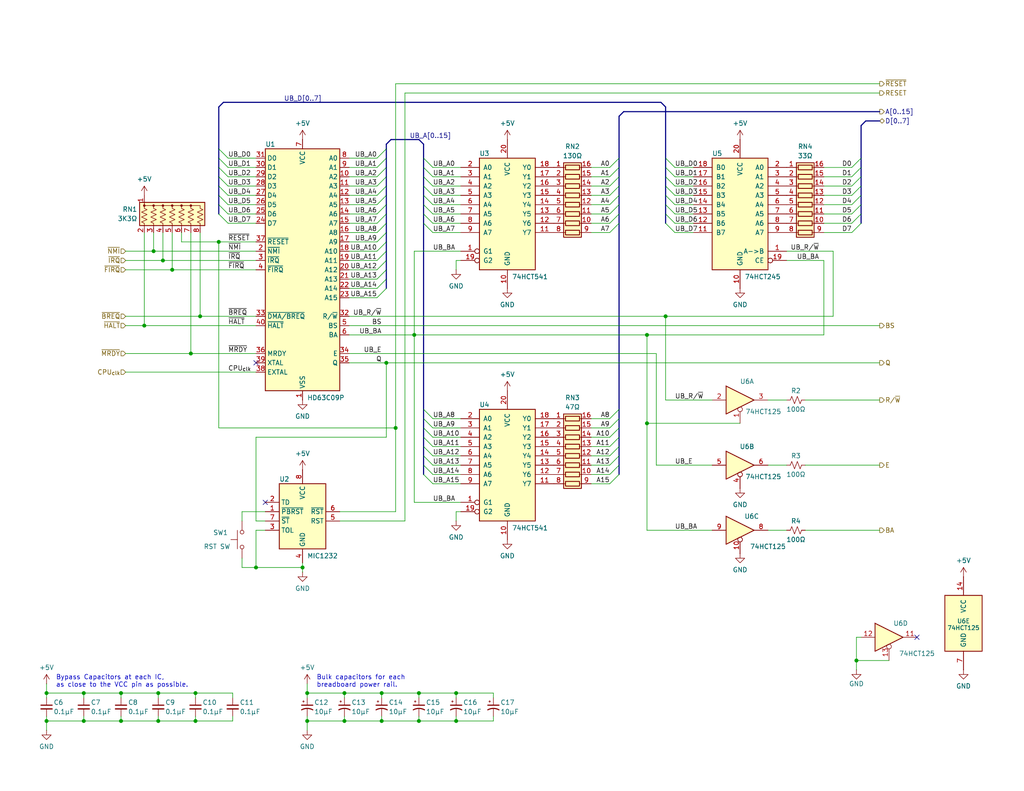
<source format=kicad_sch>
(kicad_sch (version 20250114) (generator "eeschema") (generator_version "9.0")
  (paper "USLetter")
  (title_block (title "CPU - Reset - Bus Buffers") (date "2025-09-13") (rev "2.0") (company "MicroHobbyist") (comment 1 "Frédéric Segard"))
  (lib_symbols
    (symbol "74HCT541_1" (pin_names (offset 1.016))
      (property "Reference" "U3" (at -7.62 16.51 0))
      (property "Value" "74HCT541" (at 1.27 -17.145 0))
      (symbol "74HCT541_1_1_0"
        (pin input line (at -12.7 12.7 0) (length 5.08) (name "A0") (number "2"))
        (pin input line (at -12.7 10.16 0) (length 5.08) (name "A1") (number "3"))
        (pin input line (at -12.7 7.62 0) (length 5.08) (name "A2") (number "4"))
        (pin input line (at -12.7 5.08 0) (length 5.08) (name "A3") (number "5"))
        (pin input line (at -12.7 2.54 0) (length 5.08) (name "A4") (number "6"))
        (pin input line (at -12.7 0 0) (length 5.08) (name "A5") (number "7"))
        (pin input line (at -12.7 -2.54 0) (length 5.08) (name "A6") (number "8"))
        (pin input line (at -12.7 -5.08 0) (length 5.08) (name "A7") (number "9"))
        (pin input inverted (at -12.7 -10.16 0) (length 5.08) (name "G1") (number "1"))
        (pin input inverted (at -12.7 -12.7 0) (length 5.08) (name "G2") (number "19"))
        (pin power_in line (at 0 20.32 270) (length 5.08) (name "VCC") (number "20"))
        (pin power_in line (at 0 -20.32 90) (length 5.08) (name "GND") (number "10"))
        (pin tri_state line (at 12.7 12.7 180) (length 5.08) (name "Y0") (number "18"))
        (pin tri_state line (at 12.7 10.16 180) (length 5.08) (name "Y1") (number "17"))
        (pin tri_state line (at 12.7 7.62 180) (length 5.08) (name "Y2") (number "16"))
        (pin tri_state line (at 12.7 5.08 180) (length 5.08) (name "Y3") (number "15"))
        (pin tri_state line (at 12.7 2.54 180) (length 5.08) (name "Y4") (number "14"))
        (pin tri_state line (at 12.7 0 180) (length 5.08) (name "Y5") (number "13"))
        (pin tri_state line (at 12.7 -2.54 180) (length 5.08) (name "Y6") (number "12"))
        (pin tri_state line (at 12.7 -5.08 180) (length 5.08) (name "Y7") (number "11"))
      )
    )
    (symbol "74xx:74HC245" (pin_names (offset 1.016))
      (property "Reference" "U6" (at 7.62 16.51 0))
      (property "Value" "74HCT245" (at -1.27 -17.145 0))
      (symbol "74HC245_1_0"
        (pin tri_state line (at -12.7 12.7 0) (length 5.08) (name "A0") (number "2"))
        (pin tri_state line (at -12.7 10.16 0) (length 5.08) (name "A1") (number "3"))
        (pin tri_state line (at -12.7 7.62 0) (length 5.08) (name "A2") (number "4"))
        (pin tri_state line (at -12.7 5.08 0) (length 5.08) (name "A3") (number "5"))
        (pin tri_state line (at -12.7 2.54 0) (length 5.08) (name "A4") (number "6"))
        (pin tri_state line (at -12.7 0 0) (length 5.08) (name "A5") (number "7"))
        (pin tri_state line (at -12.7 -2.54 0) (length 5.08) (name "A6") (number "8"))
        (pin tri_state line (at -12.7 -5.08 0) (length 5.08) (name "A7") (number "9"))
        (pin input line (at -12.7 -10.16 0) (length 5.08) (name "A->B") (number "1"))
        (pin input inverted (at -12.7 -12.7 0) (length 5.08) (name "CE") (number "19"))
        (pin power_in line (at 0 20.32 270) (length 5.08) (name "VCC") (number "20"))
        (pin power_in line (at 0 -20.32 90) (length 5.08) (name "GND") (number "10"))
        (pin tri_state line (at 12.7 12.7 180) (length 5.08) (name "B0") (number "18"))
        (pin tri_state line (at 12.7 10.16 180) (length 5.08) (name "B1") (number "17"))
        (pin tri_state line (at 12.7 7.62 180) (length 5.08) (name "B2") (number "16"))
        (pin tri_state line (at 12.7 5.08 180) (length 5.08) (name "B3") (number "15"))
        (pin tri_state line (at 12.7 2.54 180) (length 5.08) (name "B4") (number "14"))
        (pin tri_state line (at 12.7 0 180) (length 5.08) (name "B5") (number "13"))
        (pin tri_state line (at 12.7 -2.54 180) (length 5.08) (name "B6") (number "12"))
        (pin tri_state line (at 12.7 -5.08 180) (length 5.08) (name "B7") (number "11"))
      )
    )
    (symbol "74xx:74HCT541" (pin_names (offset 1.016))
      (property "Reference" "U4" (at -7.62 16.51 0))
      (property "Value" "74HCT541" (at 1.27 -17.145 0))
      (symbol "74HCT541_1_0"
        (pin input line (at -12.7 12.7 0) (length 5.08) (name "A0") (number "2"))
        (pin input line (at -12.7 10.16 0) (length 5.08) (name "A1") (number "3"))
        (pin input line (at -12.7 7.62 0) (length 5.08) (name "A2") (number "4"))
        (pin input line (at -12.7 5.08 0) (length 5.08) (name "A3") (number "5"))
        (pin input line (at -12.7 2.54 0) (length 5.08) (name "A4") (number "6"))
        (pin input line (at -12.7 0 0) (length 5.08) (name "A5") (number "7"))
        (pin input line (at -12.7 -2.54 0) (length 5.08) (name "A6") (number "8"))
        (pin input line (at -12.7 -5.08 0) (length 5.08) (name "A7") (number "9"))
        (pin input inverted (at -12.7 -10.16 0) (length 5.08) (name "G1") (number "1"))
        (pin input inverted (at -12.7 -12.7 0) (length 5.08) (name "G2") (number "19"))
        (pin power_in line (at 0 20.32 270) (length 5.08) (name "VCC") (number "20"))
        (pin power_in line (at 0 -20.32 90) (length 5.08) (name "GND") (number "10"))
        (pin tri_state line (at 12.7 12.7 180) (length 5.08) (name "Y0") (number "18"))
        (pin tri_state line (at 12.7 10.16 180) (length 5.08) (name "Y1") (number "17"))
        (pin tri_state line (at 12.7 7.62 180) (length 5.08) (name "Y2") (number "16"))
        (pin tri_state line (at 12.7 5.08 180) (length 5.08) (name "Y3") (number "15"))
        (pin tri_state line (at 12.7 2.54 180) (length 5.08) (name "Y4") (number "14"))
        (pin tri_state line (at 12.7 0 180) (length 5.08) (name "Y5") (number "13"))
        (pin tri_state line (at 12.7 -2.54 180) (length 5.08) (name "Y6") (number "12"))
        (pin tri_state line (at 12.7 -5.08 180) (length 5.08) (name "Y7") (number "11"))
      )
    )
    (symbol "74xx:74LS125" (pin_names (offset 1.016))
      (property "Reference" "U" (at 0 1.27 0))
      (property "Value" "74LS125" (at 0 -1.27 0))
      (symbol "74LS125_1_0"
        (pin input line (at -7.62 0 0) (length 3.81) (name "~") (number "2"))
        (pin input inverted (at 0 -6.35 90) (length 4.445) (name "~") (number "1"))
        (pin tri_state line (at 7.62 0 180) (length 3.81) (name "~") (number "3"))
      )
      (symbol "74LS125_2_0"
        (pin input line (at -7.62 0 0) (length 3.81) (name "~") (number "5"))
        (pin input inverted (at 0 -6.35 90) (length 4.445) (name "~") (number "4"))
        (pin tri_state line (at 7.62 0 180) (length 3.81) (name "~") (number "6"))
      )
      (symbol "74LS125_3_0"
        (pin input line (at -7.62 0 0) (length 3.81) (name "~") (number "9"))
        (pin input inverted (at 0 -6.35 90) (length 4.445) (name "~") (number "10"))
        (pin tri_state line (at 7.62 0 180) (length 3.81) (name "~") (number "8"))
      )
      (symbol "74LS125_4_0"
        (pin input line (at -7.62 0 0) (length 3.81) (name "~") (number "12"))
        (pin input inverted (at 0 -6.35 90) (length 4.445) (name "~") (number "13"))
        (pin tri_state line (at 7.62 0 180) (length 3.81) (name "~") (number "11"))
      )
      (symbol "74LS125_5_0"
        (pin power_in line (at 0 12.7 270) (length 5.08) (name "VCC") (number "14"))
        (pin power_in line (at 0 -12.7 90) (length 5.08) (name "GND") (number "7"))
      )
    )
    (symbol "CPU_NXP_6800:MC6809"
      (property "Reference" "U" (at -7.62 34.29 0))
      (property "Value" "MC6809" (at 10.16 34.29 0))
      (symbol "MC6809_1_1"
        (pin bidirectional line (at -12.7 30.48 0) (length 2.54) (name "D0") (number "31"))
        (pin bidirectional line (at -12.7 27.94 0) (length 2.54) (name "D1") (number "30"))
        (pin bidirectional line (at -12.7 25.4 0) (length 2.54) (name "D2") (number "29"))
        (pin bidirectional line (at -12.7 22.86 0) (length 2.54) (name "D3") (number "28"))
        (pin bidirectional line (at -12.7 20.32 0) (length 2.54) (name "D4") (number "27"))
        (pin bidirectional line (at -12.7 17.78 0) (length 2.54) (name "D5") (number "26"))
        (pin bidirectional line (at -12.7 15.24 0) (length 2.54) (name "D6") (number "25"))
        (pin bidirectional line (at -12.7 12.7 0) (length 2.54) (name "D7") (number "24"))
        (pin input line (at -12.7 7.62 0) (length 2.54) (name "~{RESET}") (number "37"))
        (pin input line (at -12.7 5.08 0) (length 2.54) (name "~{NMI}") (number "2"))
        (pin input line (at -12.7 2.54 0) (length 2.54) (name "~{IRQ}") (number "3"))
        (pin input line (at -12.7 0 0) (length 2.54) (name "~{FIRQ}") (number "4"))
        (pin input line (at -12.7 -12.7 0) (length 2.54) (name "~{DMA/BREQ}") (number "33"))
        (pin input line (at -12.7 -15.24 0) (length 2.54) (name "~{HALT}") (number "40"))
        (pin input line (at -12.7 -22.86 0) (length 2.54) (name "MRDY") (number "36"))
        (pin input line (at -12.7 -25.4 0) (length 2.54) (name "XTAL") (number "39"))
        (pin input line (at -12.7 -27.94 0) (length 2.54) (name "EXTAL") (number "38"))
        (pin power_in line (at 0 35.56 270) (length 2.54) (name "VCC") (number "7"))
        (pin power_in line (at 0 -35.56 90) (length 2.54) (name "VSS") (number "1"))
        (pin output line (at 12.7 30.48 180) (length 2.54) (name "A0") (number "8"))
        (pin output line (at 12.7 27.94 180) (length 2.54) (name "A1") (number "9"))
        (pin output line (at 12.7 25.4 180) (length 2.54) (name "A2") (number "10"))
        (pin output line (at 12.7 22.86 180) (length 2.54) (name "A3") (number "11"))
        (pin output line (at 12.7 20.32 180) (length 2.54) (name "A4") (number "12"))
        (pin output line (at 12.7 17.78 180) (length 2.54) (name "A5") (number "13"))
        (pin output line (at 12.7 15.24 180) (length 2.54) (name "A6") (number "14"))
        (pin output line (at 12.7 12.7 180) (length 2.54) (name "A7") (number "15"))
        (pin output line (at 12.7 10.16 180) (length 2.54) (name "A8") (number "16"))
        (pin output line (at 12.7 7.62 180) (length 2.54) (name "A9") (number "17"))
        (pin output line (at 12.7 5.08 180) (length 2.54) (name "A10") (number "18"))
        (pin output line (at 12.7 2.54 180) (length 2.54) (name "A11") (number "19"))
        (pin output line (at 12.7 0 180) (length 2.54) (name "A12") (number "20"))
        (pin output line (at 12.7 -2.54 180) (length 2.54) (name "A13") (number "21"))
        (pin output line (at 12.7 -5.08 180) (length 2.54) (name "A14") (number "22"))
        (pin output line (at 12.7 -7.62 180) (length 2.54) (name "A15") (number "23"))
        (pin output line (at 12.7 -12.7 180) (length 2.54) (name "R/~{W}") (number "32"))
        (pin output line (at 12.7 -15.24 180) (length 2.54) (name "BS") (number "5"))
        (pin output line (at 12.7 -17.78 180) (length 2.54) (name "BA") (number "6"))
        (pin output line (at 12.7 -22.86 180) (length 2.54) (name "E") (number "34"))
        (pin output line (at 12.7 -25.4 180) (length 2.54) (name "Q") (number "35"))
      )
    )
    (symbol "Device:C_Polarized_Small_US" (pin_numbers (hide yes)) (pin_names (offset 0.254) (hide yes))
      (property "Reference" "C" (at 0.254 1.778 0))
      (property "Value" "C_Polarized_Small_US" (at 0.254 -2.032 0))
      (symbol "C_Polarized_Small_US_1_1"
        (pin passive line (at 0 2.54 270) (length 2.032) (name "~") (number "1"))
        (pin passive line (at 0 -2.54 90) (length 2.032) (name "~") (number "2"))
      )
    )
    (symbol "Device:C_Small" (pin_numbers (hide yes)) (pin_names (offset 0.254) (hide yes))
      (property "Reference" "C" (at 0.254 1.778 0))
      (property "Value" "C_Small" (at 0.254 -2.032 0))
      (symbol "C_Small_1_1"
        (pin passive line (at 0 2.54 270) (length 2.032) (name "~") (number "1"))
        (pin passive line (at 0 -2.54 90) (length 2.032) (name "~") (number "2"))
      )
    )
    (symbol "Device:R_Network07_US" (pin_names (offset 0) (hide yes))
      (property "Reference" "RN" (at -10.16 0 90))
      (property "Value" "R_Network07_US" (at 10.16 0 90))
      (symbol "R_Network07_US_1_1"
        (pin passive line (at -7.62 5.08 270) (length 2.54) (name "common") (number "1"))
        (pin passive line (at -7.62 -5.08 90) (length 1.27) (name "R1") (number "2"))
        (pin passive line (at -5.08 -5.08 90) (length 1.27) (name "R2") (number "3"))
        (pin passive line (at -2.54 -5.08 90) (length 1.27) (name "R3") (number "4"))
        (pin passive line (at 0 -5.08 90) (length 1.27) (name "R4") (number "5"))
        (pin passive line (at 2.54 -5.08 90) (length 1.27) (name "R5") (number "6"))
        (pin passive line (at 5.08 -5.08 90) (length 1.27) (name "R6") (number "7"))
        (pin passive line (at 7.62 -5.08 90) (length 1.27) (name "R7") (number "8"))
      )
    )
    (symbol "Device:R_Pack08" (pin_names (offset 0) (hide yes))
      (property "Reference" "RN" (at -12.7 0 90))
      (property "Value" "R_Pack08" (at 10.16 0 90))
      (symbol "R_Pack08_1_1"
        (pin passive line (at -10.16 5.08 270) (length 2.54) (name "R1.2") (number "16"))
        (pin passive line (at -10.16 -5.08 90) (length 2.54) (name "R1.1") (number "1"))
        (pin passive line (at -7.62 5.08 270) (length 2.54) (name "R2.2") (number "15"))
        (pin passive line (at -7.62 -5.08 90) (length 2.54) (name "R2.1") (number "2"))
        (pin passive line (at -5.08 5.08 270) (length 2.54) (name "R3.2") (number "14"))
        (pin passive line (at -5.08 -5.08 90) (length 2.54) (name "R3.1") (number "3"))
        (pin passive line (at -2.54 5.08 270) (length 2.54) (name "R4.2") (number "13"))
        (pin passive line (at -2.54 -5.08 90) (length 2.54) (name "R4.1") (number "4"))
        (pin passive line (at 0 5.08 270) (length 2.54) (name "R5.2") (number "12"))
        (pin passive line (at 0 -5.08 90) (length 2.54) (name "R5.1") (number "5"))
        (pin passive line (at 2.54 5.08 270) (length 2.54) (name "R6.2") (number "11"))
        (pin passive line (at 2.54 -5.08 90) (length 2.54) (name "R6.1") (number "6"))
        (pin passive line (at 5.08 5.08 270) (length 2.54) (name "R7.2") (number "10"))
        (pin passive line (at 5.08 -5.08 90) (length 2.54) (name "R7.1") (number "7"))
        (pin passive line (at 7.62 5.08 270) (length 2.54) (name "R8.2") (number "9"))
        (pin passive line (at 7.62 -5.08 90) (length 2.54) (name "R8.1") (number "8"))
      )
    )
    (symbol "Device:R_Small_US" (pin_numbers (hide yes)) (pin_names (offset 0.254) (hide yes))
      (property "Reference" "R" (at 0.762 0.508 0))
      (property "Value" "R_Small_US" (at 0.762 -1.016 0))
      (symbol "R_Small_US_1_1"
        (pin passive line (at 0 2.54 270) (length 1.016) (name "~") (number "1"))
        (pin passive line (at 0 -2.54 90) (length 1.016) (name "~") (number "2"))
      )
    )
    (symbol "MicroHobbyist:MIC1232"
      (property "Reference" "U" (at -5.842 1.016 0))
      (property "Value" "MIC1232" (at 4.826 -19.558 0))
      (symbol "MIC1232_1_1"
        (pin input line (at -10.16 -5.08 0) (length 3.81) (name "TD") (number "2"))
        (pin input line (at -10.16 -7.62 0) (length 3.81) (name "~{PBRST}") (number "1"))
        (pin input line (at -10.16 -10.16 0) (length 3.81) (name "~{ST}") (number "7"))
        (pin input line (at -10.16 -12.7 0) (length 3.81) (name "TOL") (number "3"))
        (pin power_in line (at 0 3.81 270) (length 3.81) (name "VCC") (number "8"))
        (pin power_in line (at 0 -21.59 90) (length 3.81) (name "GND") (number "4"))
        (pin output line (at 10.16 -7.62 180) (length 3.81) (name "~{RST}") (number "6"))
        (pin output line (at 10.16 -10.16 180) (length 3.81) (name "RST") (number "5"))
      )
    )
    (symbol "Switch:SW_Push" (pin_numbers (hide yes)) (pin_names (offset 1.016) (hide yes))
      (property "Reference" "SW" (at 1.27 2.54 0))
      (property "Value" "SW_Push" (at 0 -1.524 0))
      (symbol "SW_Push_0_1"
        (pin passive line (at -5.08 0 0) (length 2.54) (name "1") (number "1"))
        (pin passive line (at 5.08 0 180) (length 2.54) (name "2") (number "2"))
      )
    )
    (symbol "power:+5V" (power) (pin_numbers (hide yes)) (pin_names (offset 0) (hide yes))
      (property "Value" "+5V" (at 0 3.556 0))
      (symbol "+5V_1_1"
        (pin power_in line (at 0 0 90) (length 0) (name "~") (number "1"))
      )
    )
    (symbol "power:GND" (power) (pin_numbers (hide yes)) (pin_names (offset 0) (hide yes))
      (property "Value" "GND" (at 0 -3.81 0))
      (symbol "GND_1_1"
        (pin power_in line (at 0 0 270) (length 0) (name "~") (number "1"))
      )
    )
  )
  (text "Bypass Capacitors at each IC,\nas close to the VCC pin as possible." (at 15.24 186.055 0) (effects (font (size 1.27 1.27)) (justify left)))
  (text "Bulk capacitors for each\nbreadboard power rail." (at 86.36 186.055 0) (effects (font (size 1.27 1.27)) (justify left)))
  (junction (at 82.55 154.94))
  (junction (at 33.02 196.85))
  (junction (at 83.82 196.85))
  (junction (at 43.18 196.85))
  (junction (at 124.46 189.23))
  (junction (at 114.3 189.23))
  (junction (at 176.53 91.44))
  (junction (at 105.41 99.06))
  (junction (at 233.68 180.34))
  (junction (at 93.98 196.85))
  (junction (at 181.61 86.36))
  (junction (at 53.34 189.23))
  (junction (at 54.61 86.36))
  (junction (at 53.34 196.85))
  (junction (at 12.7 189.23))
  (junction (at 59.69 66.04))
  (junction (at 43.18 189.23))
  (junction (at 104.14 189.23))
  (junction (at 113.03 91.44))
  (junction (at 22.86 196.85))
  (junction (at 83.82 189.23))
  (junction (at 39.37 88.9))
  (junction (at 69.85 154.94))
  (junction (at 107.95 116.84))
  (junction (at 93.98 189.23))
  (junction (at 124.46 196.85))
  (junction (at 46.99 73.66))
  (junction (at 44.45 71.12))
  (junction (at 176.53 115.57))
  (junction (at 22.86 189.23))
  (junction (at 12.7 196.85))
  (junction (at 33.02 189.23))
  (junction (at 104.14 196.85))
  (junction (at 41.91 68.58))
  (junction (at 52.07 96.52))
  (junction (at 114.3 196.85))
  (no_connect (at 69.85 99.06))
  (no_connect (at 250.19 173.99))
  (no_connect (at 72.39 137.16))
  (bus_entry (at 59.69 55.88) (size 2.54 2.54))
  (bus_entry (at 181.61 60.96) (size 2.54 2.54))
  (bus_entry (at 102.87 81.28) (size 2.54 -2.54))
  (bus_entry (at 166.37 60.96) (size 2.54 -2.54))
  (bus_entry (at 59.69 53.34) (size 2.54 2.54))
  (bus_entry (at 115.57 119.38) (size 2.54 2.54))
  (bus_entry (at 232.41 55.88) (size 2.54 -2.54))
  (bus_entry (at 115.57 50.8) (size 2.54 2.54))
  (bus_entry (at 181.61 50.8) (size 2.54 2.54))
  (bus_entry (at 181.61 45.72) (size 2.54 2.54))
  (bus_entry (at 166.37 121.92) (size 2.54 -2.54))
  (bus_entry (at 232.41 50.8) (size 2.54 -2.54))
  (bus_entry (at 166.37 50.8) (size 2.54 -2.54))
  (bus_entry (at 166.37 132.08) (size 2.54 -2.54))
  (bus_entry (at 232.41 45.72) (size 2.54 -2.54))
  (bus_entry (at 115.57 45.72) (size 2.54 2.54))
  (bus_entry (at 115.57 121.92) (size 2.54 2.54))
  (bus_entry (at 181.61 53.34) (size 2.54 2.54))
  (bus_entry (at 166.37 45.72) (size 2.54 -2.54))
  (bus_entry (at 102.87 50.8) (size 2.54 -2.54))
  (bus_entry (at 115.57 116.84) (size 2.54 2.54))
  (bus_entry (at 102.87 55.88) (size 2.54 -2.54))
  (bus_entry (at 166.37 114.3) (size 2.54 -2.54))
  (bus_entry (at 102.87 66.04) (size 2.54 -2.54))
  (bus_entry (at 181.61 58.42) (size 2.54 2.54))
  (bus_entry (at 166.37 53.34) (size 2.54 -2.54))
  (bus_entry (at 59.69 50.8) (size 2.54 2.54))
  (bus_entry (at 166.37 55.88) (size 2.54 -2.54))
  (bus_entry (at 115.57 114.3) (size 2.54 2.54))
  (bus_entry (at 115.57 127) (size 2.54 2.54))
  (bus_entry (at 166.37 127) (size 2.54 -2.54))
  (bus_entry (at 102.87 48.26) (size 2.54 -2.54))
  (bus_entry (at 166.37 48.26) (size 2.54 -2.54))
  (bus_entry (at 181.61 43.18) (size 2.54 2.54))
  (bus_entry (at 59.69 58.42) (size 2.54 2.54))
  (bus_entry (at 59.69 40.64) (size 2.54 2.54))
  (bus_entry (at 115.57 43.18) (size 2.54 2.54))
  (bus_entry (at 181.61 48.26) (size 2.54 2.54))
  (bus_entry (at 59.69 45.72) (size 2.54 2.54))
  (bus_entry (at 59.69 43.18) (size 2.54 2.54))
  (bus_entry (at 115.57 58.42) (size 2.54 2.54))
  (bus_entry (at 102.87 73.66) (size 2.54 -2.54))
  (bus_entry (at 115.57 111.76) (size 2.54 2.54))
  (bus_entry (at 166.37 119.38) (size 2.54 -2.54))
  (bus_entry (at 232.41 53.34) (size 2.54 -2.54))
  (bus_entry (at 166.37 124.46) (size 2.54 -2.54))
  (bus_entry (at 115.57 53.34) (size 2.54 2.54))
  (bus_entry (at 166.37 58.42) (size 2.54 -2.54))
  (bus_entry (at 115.57 124.46) (size 2.54 2.54))
  (bus_entry (at 181.61 55.88) (size 2.54 2.54))
  (bus_entry (at 102.87 53.34) (size 2.54 -2.54))
  (bus_entry (at 115.57 48.26) (size 2.54 2.54))
  (bus_entry (at 102.87 63.5) (size 2.54 -2.54))
  (bus_entry (at 232.41 58.42) (size 2.54 -2.54))
  (bus_entry (at 102.87 78.74) (size 2.54 -2.54))
  (bus_entry (at 115.57 55.88) (size 2.54 2.54))
  (bus_entry (at 232.41 63.5) (size 2.54 -2.54))
  (bus_entry (at 115.57 129.54) (size 2.54 2.54))
  (bus_entry (at 102.87 60.96) (size 2.54 -2.54))
  (bus_entry (at 102.87 68.58) (size 2.54 -2.54))
  (bus_entry (at 232.41 48.26) (size 2.54 -2.54))
  (bus_entry (at 166.37 129.54) (size 2.54 -2.54))
  (bus_entry (at 102.87 43.18) (size 2.54 -2.54))
  (bus_entry (at 232.41 60.96) (size 2.54 -2.54))
  (bus_entry (at 102.87 45.72) (size 2.54 -2.54))
  (bus_entry (at 102.87 71.12) (size 2.54 -2.54))
  (bus_entry (at 166.37 63.5) (size 2.54 -2.54))
  (bus_entry (at 102.87 58.42) (size 2.54 -2.54))
  (bus_entry (at 102.87 76.2) (size 2.54 -2.54))
  (bus_entry (at 115.57 60.96) (size 2.54 2.54))
  (bus_entry (at 166.37 116.84) (size 2.54 -2.54))
  (bus_entry (at 59.69 48.26) (size 2.54 2.54))
  (wire (pts (xy 53.34 195.58) (xy 53.34 196.85)))
  (wire (pts (xy 125.73 132.08) (xy 118.11 132.08)))
  (wire (pts (xy 41.91 63.5) (xy 41.91 68.58)))
  (wire (pts (xy 113.03 68.58) (xy 113.03 91.44)))
  (wire (pts (xy 125.73 127) (xy 118.11 127)))
  (wire (pts (xy 176.53 91.44) (xy 176.53 115.57)))
  (bus (pts (xy 105.41 45.72) (xy 105.41 48.26)))
  (bus (pts (xy 181.61 29.21) (xy 181.61 43.18)))
  (bus (pts (xy 115.57 124.46) (xy 115.57 127)))
  (bus (pts (xy 106.68 38.1) (xy 114.3 38.1)))
  (bus (pts (xy 105.41 50.8) (xy 105.41 53.34)))
  (wire (pts (xy 113.03 91.44) (xy 113.03 137.16)))
  (wire (pts (xy 161.29 114.3) (xy 166.37 114.3)))
  (wire (pts (xy 95.25 96.52) (xy 179.07 96.52)))
  (wire (pts (xy 161.29 48.26) (xy 166.37 48.26)))
  (wire (pts (xy 34.29 86.36) (xy 54.61 86.36)))
  (wire (pts (xy 66.04 154.94) (xy 69.85 154.94)))
  (wire (pts (xy 95.25 58.42) (xy 102.87 58.42)))
  (wire (pts (xy 104.14 196.85) (xy 114.3 196.85)))
  (wire (pts (xy 184.15 60.96) (xy 189.23 60.96)))
  (wire (pts (xy 95.25 78.74) (xy 102.87 78.74)))
  (bus (pts (xy 234.95 34.29) (xy 234.95 43.18)))
  (bus (pts (xy 59.69 48.26) (xy 59.69 45.72)))
  (wire (pts (xy 33.02 189.23) (xy 43.18 189.23)))
  (bus (pts (xy 105.41 40.64) (xy 105.41 43.18)))
  (wire (pts (xy 93.98 189.23) (xy 93.98 190.5)))
  (wire (pts (xy 69.85 144.78) (xy 69.85 154.94)))
  (wire (pts (xy 105.41 99.06) (xy 240.03 99.06)))
  (wire (pts (xy 62.23 55.88) (xy 69.85 55.88)))
  (wire (pts (xy 34.29 68.58) (xy 41.91 68.58)))
  (wire (pts (xy 95.25 91.44) (xy 113.03 91.44)))
  (wire (pts (xy 83.82 189.23) (xy 83.82 190.5)))
  (bus (pts (xy 236.22 33.02) (xy 240.03 33.02)))
  (wire (pts (xy 104.14 189.23) (xy 114.3 189.23)))
  (wire (pts (xy 66.04 139.7) (xy 72.39 139.7)))
  (wire (pts (xy 227.33 68.58) (xy 227.33 86.36)))
  (wire (pts (xy 161.29 53.34) (xy 166.37 53.34)))
  (wire (pts (xy 209.55 127) (xy 214.63 127)))
  (wire (pts (xy 44.45 71.12) (xy 69.85 71.12)))
  (wire (pts (xy 110.49 25.4) (xy 240.03 25.4)))
  (wire (pts (xy 59.69 66.04) (xy 69.85 66.04)))
  (wire (pts (xy 134.62 189.23) (xy 134.62 190.5)))
  (wire (pts (xy 34.29 88.9) (xy 39.37 88.9)))
  (wire (pts (xy 233.68 180.34) (xy 233.68 182.88)))
  (bus (pts (xy 168.91 60.96) (xy 168.91 58.42)))
  (wire (pts (xy 41.91 68.58) (xy 69.85 68.58)))
  (bus (pts (xy 105.41 66.04) (xy 105.41 68.58)))
  (wire (pts (xy 161.29 119.38) (xy 166.37 119.38)))
  (wire (pts (xy 33.02 189.23) (xy 33.02 190.5)))
  (bus (pts (xy 115.57 43.18) (xy 115.57 45.72)))
  (bus (pts (xy 168.91 129.54) (xy 168.91 127)))
  (wire (pts (xy 95.25 68.58) (xy 102.87 68.58)))
  (wire (pts (xy 34.29 73.66) (xy 46.99 73.66)))
  (wire (pts (xy 124.46 71.12) (xy 124.46 73.66)))
  (bus (pts (xy 105.41 39.37) (xy 105.41 40.64)))
  (wire (pts (xy 53.34 189.23) (xy 53.34 190.5)))
  (wire (pts (xy 114.3 196.85) (xy 124.46 196.85)))
  (wire (pts (xy 92.71 139.7) (xy 107.95 139.7)))
  (wire (pts (xy 62.23 50.8) (xy 69.85 50.8)))
  (wire (pts (xy 181.61 86.36) (xy 181.61 109.22)))
  (wire (pts (xy 224.79 60.96) (xy 232.41 60.96)))
  (wire (pts (xy 52.07 63.5) (xy 52.07 96.52)))
  (wire (pts (xy 233.68 180.34) (xy 242.57 180.34)))
  (bus (pts (xy 181.61 58.42) (xy 181.61 55.88)))
  (bus (pts (xy 234.95 43.18) (xy 234.95 45.72)))
  (bus (pts (xy 115.57 39.37) (xy 115.57 43.18)))
  (wire (pts (xy 124.46 189.23) (xy 124.46 190.5)))
  (wire (pts (xy 53.34 189.23) (xy 63.5 189.23)))
  (bus (pts (xy 105.41 60.96) (xy 105.41 63.5)))
  (wire (pts (xy 33.02 195.58) (xy 33.02 196.85)))
  (wire (pts (xy 49.53 63.5) (xy 49.53 66.04)))
  (wire (pts (xy 161.29 124.46) (xy 166.37 124.46)))
  (wire (pts (xy 134.62 195.58) (xy 134.62 196.85)))
  (wire (pts (xy 179.07 127) (xy 194.31 127)))
  (wire (pts (xy 62.23 58.42) (xy 69.85 58.42)))
  (wire (pts (xy 66.04 139.7) (xy 66.04 142.24)))
  (wire (pts (xy 107.95 116.84) (xy 107.95 139.7)))
  (wire (pts (xy 95.25 88.9) (xy 240.03 88.9)))
  (wire (pts (xy 93.98 189.23) (xy 104.14 189.23)))
  (wire (pts (xy 59.69 66.04) (xy 59.69 116.84)))
  (wire (pts (xy 125.73 60.96) (xy 118.11 60.96)))
  (wire (pts (xy 179.07 96.52) (xy 179.07 127)))
  (wire (pts (xy 233.68 173.99) (xy 234.95 173.99)))
  (wire (pts (xy 95.25 43.18) (xy 102.87 43.18)))
  (bus (pts (xy 105.41 68.58) (xy 105.41 71.12)))
  (bus (pts (xy 105.41 73.66) (xy 105.41 76.2)))
  (wire (pts (xy 95.25 71.12) (xy 102.87 71.12)))
  (wire (pts (xy 69.85 119.38) (xy 69.85 142.24)))
  (bus (pts (xy 168.91 111.76) (xy 168.91 60.96)))
  (wire (pts (xy 43.18 189.23) (xy 53.34 189.23)))
  (wire (pts (xy 181.61 109.22) (xy 194.31 109.22)))
  (wire (pts (xy 125.73 55.88) (xy 118.11 55.88)))
  (wire (pts (xy 95.25 63.5) (xy 102.87 63.5)))
  (wire (pts (xy 22.86 196.85) (xy 33.02 196.85)))
  (wire (pts (xy 66.04 152.4) (xy 66.04 154.94)))
  (bus (pts (xy 60.96 27.94) (xy 180.34 27.94)))
  (wire (pts (xy 233.68 173.99) (xy 233.68 180.34)))
  (bus (pts (xy 168.91 53.34) (xy 168.91 50.8)))
  (wire (pts (xy 22.86 195.58) (xy 22.86 196.85)))
  (wire (pts (xy 95.25 99.06) (xy 105.41 99.06)))
  (wire (pts (xy 124.46 139.7) (xy 125.73 139.7)))
  (bus (pts (xy 181.61 55.88) (xy 181.61 53.34)))
  (wire (pts (xy 224.79 58.42) (xy 232.41 58.42)))
  (wire (pts (xy 43.18 196.85) (xy 53.34 196.85)))
  (wire (pts (xy 46.99 63.5) (xy 46.99 73.66)))
  (wire (pts (xy 181.61 86.36) (xy 227.33 86.36)))
  (wire (pts (xy 124.46 139.7) (xy 124.46 142.24)))
  (wire (pts (xy 95.25 45.72) (xy 102.87 45.72)))
  (bus (pts (xy 105.41 55.88) (xy 105.41 58.42)))
  (wire (pts (xy 62.23 48.26) (xy 69.85 48.26)))
  (wire (pts (xy 39.37 63.5) (xy 39.37 88.9)))
  (wire (pts (xy 125.73 121.92) (xy 118.11 121.92)))
  (wire (pts (xy 125.73 45.72) (xy 118.11 45.72)))
  (wire (pts (xy 176.53 115.57) (xy 176.53 144.78)))
  (wire (pts (xy 224.79 53.34) (xy 232.41 53.34)))
  (wire (pts (xy 184.15 53.34) (xy 189.23 53.34)))
  (wire (pts (xy 22.86 189.23) (xy 22.86 190.5)))
  (wire (pts (xy 12.7 189.23) (xy 12.7 190.5)))
  (wire (pts (xy 62.23 60.96) (xy 69.85 60.96)))
  (bus (pts (xy 115.57 50.8) (xy 115.57 53.34)))
  (bus (pts (xy 115.57 60.96) (xy 115.57 111.76)))
  (bus (pts (xy 168.91 116.84) (xy 168.91 114.3)))
  (wire (pts (xy 124.46 71.12) (xy 125.73 71.12)))
  (wire (pts (xy 224.79 71.12) (xy 224.79 91.44)))
  (wire (pts (xy 113.03 137.16) (xy 125.73 137.16)))
  (wire (pts (xy 12.7 196.85) (xy 22.86 196.85)))
  (bus (pts (xy 59.69 55.88) (xy 59.69 53.34)))
  (wire (pts (xy 43.18 189.23) (xy 43.18 190.5)))
  (bus (pts (xy 105.41 53.34) (xy 105.41 55.88)))
  (wire (pts (xy 12.7 189.23) (xy 22.86 189.23)))
  (wire (pts (xy 114.3 195.58) (xy 114.3 196.85)))
  (wire (pts (xy 125.73 63.5) (xy 118.11 63.5)))
  (wire (pts (xy 107.95 22.86) (xy 240.03 22.86)))
  (wire (pts (xy 110.49 25.4) (xy 110.49 142.24)))
  (wire (pts (xy 219.71 127) (xy 240.03 127)))
  (bus (pts (xy 181.61 60.96) (xy 181.61 58.42)))
  (wire (pts (xy 184.15 58.42) (xy 189.23 58.42)))
  (bus (pts (xy 181.61 48.26) (xy 181.61 45.72)))
  (wire (pts (xy 34.29 96.52) (xy 52.07 96.52)))
  (wire (pts (xy 54.61 86.36) (xy 69.85 86.36)))
  (wire (pts (xy 63.5 189.23) (xy 63.5 190.5)))
  (bus (pts (xy 115.57 111.76) (xy 115.57 114.3)))
  (bus (pts (xy 168.91 114.3) (xy 168.91 111.76)))
  (wire (pts (xy 214.63 68.58) (xy 227.33 68.58)))
  (wire (pts (xy 83.82 186.69) (xy 83.82 189.23)))
  (bus (pts (xy 168.91 43.18) (xy 168.91 31.75)))
  (bus (pts (xy 168.91 58.42) (xy 168.91 55.88)))
  (wire (pts (xy 176.53 144.78) (xy 194.31 144.78)))
  (bus (pts (xy 115.57 127) (xy 115.57 129.54)))
  (bus (pts (xy 168.91 45.72) (xy 168.91 43.18)))
  (wire (pts (xy 34.29 101.6) (xy 69.85 101.6)))
  (wire (pts (xy 95.25 73.66) (xy 102.87 73.66)))
  (bus (pts (xy 181.61 45.72) (xy 181.61 43.18)))
  (bus (pts (xy 115.57 55.88) (xy 115.57 58.42)))
  (wire (pts (xy 214.63 71.12) (xy 224.79 71.12)))
  (bus (pts (xy 115.57 116.84) (xy 115.57 119.38)))
  (bus (pts (xy 59.69 45.72) (xy 59.69 43.18)))
  (wire (pts (xy 209.55 109.22) (xy 214.63 109.22)))
  (wire (pts (xy 107.95 22.86) (xy 107.95 116.84)))
  (bus (pts (xy 181.61 29.21) (xy 180.34 27.94)))
  (wire (pts (xy 224.79 50.8) (xy 232.41 50.8)))
  (wire (pts (xy 161.29 58.42) (xy 166.37 58.42)))
  (wire (pts (xy 161.29 129.54) (xy 166.37 129.54)))
  (bus (pts (xy 168.91 121.92) (xy 168.91 119.38)))
  (bus (pts (xy 234.95 48.26) (xy 234.95 50.8)))
  (wire (pts (xy 184.15 55.88) (xy 189.23 55.88)))
  (bus (pts (xy 181.61 53.34) (xy 181.61 50.8)))
  (wire (pts (xy 69.85 119.38) (xy 105.41 119.38)))
  (wire (pts (xy 161.29 127) (xy 166.37 127)))
  (wire (pts (xy 161.29 50.8) (xy 166.37 50.8)))
  (wire (pts (xy 52.07 96.52) (xy 69.85 96.52)))
  (wire (pts (xy 95.25 60.96) (xy 102.87 60.96)))
  (bus (pts (xy 168.91 119.38) (xy 168.91 116.84)))
  (bus (pts (xy 59.69 29.21) (xy 60.96 27.94)))
  (wire (pts (xy 62.23 45.72) (xy 69.85 45.72)))
  (wire (pts (xy 12.7 186.69) (xy 12.7 189.23)))
  (wire (pts (xy 224.79 48.26) (xy 232.41 48.26)))
  (wire (pts (xy 43.18 195.58) (xy 43.18 196.85)))
  (wire (pts (xy 114.3 189.23) (xy 124.46 189.23)))
  (wire (pts (xy 93.98 196.85) (xy 104.14 196.85)))
  (wire (pts (xy 209.55 144.78) (xy 214.63 144.78)))
  (wire (pts (xy 125.73 116.84) (xy 118.11 116.84)))
  (bus (pts (xy 168.91 127) (xy 168.91 124.46)))
  (wire (pts (xy 176.53 115.57) (xy 201.93 115.57)))
  (wire (pts (xy 219.71 109.22) (xy 240.03 109.22)))
  (bus (pts (xy 170.18 30.48) (xy 240.03 30.48)))
  (wire (pts (xy 105.41 99.06) (xy 105.41 119.38)))
  (wire (pts (xy 224.79 45.72) (xy 232.41 45.72)))
  (bus (pts (xy 115.57 114.3) (xy 115.57 116.84)))
  (bus (pts (xy 181.61 50.8) (xy 181.61 48.26)))
  (bus (pts (xy 105.41 58.42) (xy 105.41 60.96)))
  (wire (pts (xy 125.73 53.34) (xy 118.11 53.34)))
  (bus (pts (xy 105.41 39.37) (xy 106.68 38.1)))
  (bus (pts (xy 115.57 53.34) (xy 115.57 55.88)))
  (wire (pts (xy 184.15 50.8) (xy 189.23 50.8)))
  (wire (pts (xy 92.71 142.24) (xy 110.49 142.24)))
  (wire (pts (xy 49.53 66.04) (xy 59.69 66.04)))
  (wire (pts (xy 219.71 144.78) (xy 240.03 144.78)))
  (wire (pts (xy 104.14 195.58) (xy 104.14 196.85)))
  (wire (pts (xy 95.25 76.2) (xy 102.87 76.2)))
  (bus (pts (xy 234.95 53.34) (xy 234.95 55.88)))
  (wire (pts (xy 83.82 195.58) (xy 83.82 196.85)))
  (bus (pts (xy 234.95 34.29) (xy 236.22 33.02)))
  (wire (pts (xy 95.25 50.8) (xy 102.87 50.8)))
  (wire (pts (xy 33.02 196.85) (xy 43.18 196.85)))
  (wire (pts (xy 34.29 71.12) (xy 44.45 71.12)))
  (wire (pts (xy 95.25 53.34) (xy 102.87 53.34)))
  (wire (pts (xy 83.82 196.85) (xy 83.82 199.39)))
  (wire (pts (xy 161.29 60.96) (xy 166.37 60.96)))
  (bus (pts (xy 115.57 119.38) (xy 115.57 121.92)))
  (bus (pts (xy 168.91 55.88) (xy 168.91 53.34)))
  (wire (pts (xy 44.45 63.5) (xy 44.45 71.12)))
  (bus (pts (xy 234.95 45.72) (xy 234.95 48.26)))
  (wire (pts (xy 69.85 142.24) (xy 72.39 142.24)))
  (wire (pts (xy 113.03 68.58) (xy 125.73 68.58)))
  (bus (pts (xy 59.69 43.18) (xy 59.69 40.64)))
  (wire (pts (xy 59.69 116.84) (xy 107.95 116.84)))
  (bus (pts (xy 105.41 63.5) (xy 105.41 66.04)))
  (bus (pts (xy 105.41 71.12) (xy 105.41 73.66)))
  (wire (pts (xy 161.29 63.5) (xy 166.37 63.5)))
  (wire (pts (xy 161.29 132.08) (xy 166.37 132.08)))
  (bus (pts (xy 59.69 58.42) (xy 59.69 55.88)))
  (bus (pts (xy 115.57 58.42) (xy 115.57 60.96)))
  (wire (pts (xy 224.79 63.5) (xy 232.41 63.5)))
  (bus (pts (xy 168.91 124.46) (xy 168.91 121.92)))
  (wire (pts (xy 54.61 63.5) (xy 54.61 86.36)))
  (wire (pts (xy 124.46 195.58) (xy 124.46 196.85)))
  (bus (pts (xy 234.95 58.42) (xy 234.95 60.96)))
  (wire (pts (xy 95.25 81.28) (xy 102.87 81.28)))
  (wire (pts (xy 82.55 156.21) (xy 82.55 154.94)))
  (wire (pts (xy 161.29 45.72) (xy 166.37 45.72)))
  (bus (pts (xy 234.95 55.88) (xy 234.95 58.42)))
  (bus (pts (xy 115.57 121.92) (xy 115.57 124.46)))
  (wire (pts (xy 95.25 66.04) (xy 102.87 66.04)))
  (wire (pts (xy 46.99 73.66) (xy 69.85 73.66)))
  (wire (pts (xy 113.03 91.44) (xy 176.53 91.44)))
  (wire (pts (xy 82.55 154.94) (xy 82.55 153.67)))
  (wire (pts (xy 125.73 119.38) (xy 118.11 119.38)))
  (wire (pts (xy 176.53 91.44) (xy 224.79 91.44)))
  (wire (pts (xy 12.7 195.58) (xy 12.7 196.85)))
  (wire (pts (xy 83.82 196.85) (xy 93.98 196.85)))
  (wire (pts (xy 69.85 154.94) (xy 82.55 154.94)))
  (wire (pts (xy 124.46 196.85) (xy 134.62 196.85)))
  (wire (pts (xy 22.86 189.23) (xy 33.02 189.23)))
  (wire (pts (xy 161.29 121.92) (xy 166.37 121.92)))
  (wire (pts (xy 161.29 55.88) (xy 166.37 55.88)))
  (bus (pts (xy 115.57 39.37) (xy 114.3 38.1)))
  (wire (pts (xy 184.15 63.5) (xy 189.23 63.5)))
  (bus (pts (xy 234.95 50.8) (xy 234.95 53.34)))
  (wire (pts (xy 69.85 144.78) (xy 72.39 144.78)))
  (bus (pts (xy 105.41 43.18) (xy 105.41 45.72)))
  (wire (pts (xy 95.25 55.88) (xy 102.87 55.88)))
  (wire (pts (xy 125.73 124.46) (xy 118.11 124.46)))
  (wire (pts (xy 83.82 189.23) (xy 93.98 189.23)))
  (bus (pts (xy 105.41 76.2) (xy 105.41 78.74)))
  (bus (pts (xy 115.57 45.72) (xy 115.57 48.26)))
  (bus (pts (xy 168.91 48.26) (xy 168.91 45.72)))
  (wire (pts (xy 184.15 48.26) (xy 189.23 48.26)))
  (wire (pts (xy 39.37 88.9) (xy 69.85 88.9)))
  (bus (pts (xy 59.69 40.64) (xy 59.69 29.21)))
  (bus (pts (xy 115.57 48.26) (xy 115.57 50.8)))
  (wire (pts (xy 62.23 53.34) (xy 69.85 53.34)))
  (wire (pts (xy 184.15 45.72) (xy 189.23 45.72)))
  (bus (pts (xy 168.91 31.75) (xy 170.18 30.48)))
  (bus (pts (xy 168.91 50.8) (xy 168.91 48.26)))
  (wire (pts (xy 53.34 196.85) (xy 63.5 196.85)))
  (wire (pts (xy 104.14 189.23) (xy 104.14 190.5)))
  (bus (pts (xy 105.41 48.26) (xy 105.41 50.8)))
  (wire (pts (xy 12.7 196.85) (xy 12.7 199.39)))
  (wire (pts (xy 125.73 129.54) (xy 118.11 129.54)))
  (wire (pts (xy 161.29 116.84) (xy 166.37 116.84)))
  (wire (pts (xy 125.73 50.8) (xy 118.11 50.8)))
  (wire (pts (xy 125.73 48.26) (xy 118.11 48.26)))
  (wire (pts (xy 62.23 43.18) (xy 69.85 43.18)))
  (wire (pts (xy 125.73 58.42) (xy 118.11 58.42)))
  (wire (pts (xy 114.3 189.23) (xy 114.3 190.5)))
  (wire (pts (xy 95.25 86.36) (xy 181.61 86.36)))
  (wire (pts (xy 124.46 189.23) (xy 134.62 189.23)))
  (wire (pts (xy 95.25 48.26) (xy 102.87 48.26)))
  (wire (pts (xy 63.5 195.58) (xy 63.5 196.85)))
  (wire (pts (xy 93.98 195.58) (xy 93.98 196.85)))
  (wire (pts (xy 125.73 114.3) (xy 118.11 114.3)))
  (bus (pts (xy 59.69 50.8) (xy 59.69 48.26)))
  (bus (pts (xy 59.69 53.34) (xy 59.69 50.8)))
  (wire (pts (xy 224.79 55.88) (xy 232.41 55.88)))
  (label "UB_A[0..15]" (at 111.76 38.1 0))
  (label "UB_R{slash}~{W}" (at 184.15 109.22 0))
  (label "UB_A5" (at 118.11 58.42 0))
  (label "UB_E" (at 184.15 127 0))
  (label "UB_D4" (at 62.23 53.34 0))
  (label "A13" (at 166.37 127 180))
  (label "UB_R{slash}~{W}" (at 223.52 68.58 180))
  (label "Q" (at 104.14 99.06 180))
  (label "A14" (at 166.37 129.54 180))
  (label "UB_BA" (at 118.11 68.58 0))
  (label "UB_A6" (at 118.11 60.96 0))
  (label "D0" (at 232.41 45.72 180))
  (label "~{HALT}" (at 62.23 88.9 0))
  (label "UB_A4" (at 118.11 55.88 0))
  (label "UB_A15" (at 118.11 132.08 0))
  (label "UB_A1" (at 102.87 45.72 180))
  (label "UB_A7" (at 118.11 63.5 0))
  (label "~{NMI}" (at 62.23 68.58 0))
  (label "~{MRDY}" (at 62.23 96.52 0))
  (label "A0" (at 166.37 45.72 180))
  (label "UB_D2" (at 184.15 50.8 0))
  (label "UB_A2" (at 102.87 48.26 180))
  (label "UB_A5" (at 102.87 55.88 180))
  (label "UB_A13" (at 102.87 76.2 180))
  (label "UB_D7" (at 62.23 60.96 0))
  (label "UB_D4" (at 184.15 55.88 0))
  (label "UB_D3" (at 62.23 50.8 0))
  (label "UB_A11" (at 102.87 71.12 180))
  (label "UB_D7" (at 184.15 63.5 0))
  (label "~{IRQ}" (at 62.23 71.12 0))
  (label "UB_A3" (at 118.11 53.34 0))
  (label "UB_BA" (at 104.14 91.44 180))
  (label "UB_A12" (at 118.11 124.46 0))
  (label "UB_BA" (at 223.52 71.12 180))
  (label "UB_D1" (at 62.23 45.72 0))
  (label "~{FIRQ}" (at 62.23 73.66 0))
  (label "UB_A10" (at 118.11 119.38 0))
  (label "UB_A8" (at 118.11 114.3 0))
  (label "A4" (at 166.37 55.88 180))
  (label "UB_A7" (at 102.87 60.96 180))
  (label "D4" (at 232.41 55.88 180))
  (label "D6" (at 232.41 60.96 180))
  (label "A2" (at 166.37 50.8 180))
  (label "UB_E" (at 104.14 96.52 180))
  (label "UB_A11" (at 118.11 121.92 0))
  (label "A3" (at 166.37 53.34 180))
  (label "UB_D1" (at 184.15 48.26 0))
  (label "UB_A8" (at 102.87 63.5 180))
  (label "UB_A14" (at 118.11 129.54 0))
  (label "UB_D0" (at 62.23 43.18 0))
  (label "D2" (at 232.41 50.8 180))
  (label "UB_A15" (at 102.87 81.28 180))
  (label "UB_D6" (at 62.23 58.42 0))
  (label "UB_D[0..7]" (at 77.47 27.94 0))
  (label "A12" (at 166.37 124.46 180))
  (label "A9" (at 166.37 116.84 180))
  (label "A1" (at 166.37 48.26 180))
  (label "BS" (at 104.14 88.9 180))
  (label "D7" (at 232.41 63.5 180))
  (label "UB_A0" (at 118.11 45.72 0))
  (label "A15" (at 166.37 132.08 180))
  (label "UB_A2" (at 118.11 50.8 0))
  (label "D1" (at 232.41 48.26 180))
  (label "A7" (at 166.37 63.5 180))
  (label "UB_A10" (at 102.87 68.58 180))
  (label "UB_BA" (at 118.11 137.16 0))
  (label "A10" (at 166.37 119.38 180))
  (label "UB_A6" (at 102.87 58.42 180))
  (label "UB_A14" (at 102.87 78.74 180))
  (label "UB_A3" (at 102.87 50.8 180))
  (label "UB_BA" (at 184.15 144.78 0))
  (label "UB_D3" (at 184.15 53.34 0))
  (label "UB_A0" (at 102.87 43.18 180))
  (label "UB_D2" (at 62.23 48.26 0))
  (label "UB_A1" (at 118.11 48.26 0))
  (label "UB_A9" (at 118.11 116.84 0))
  (label "UB_D0" (at 184.15 45.72 0))
  (label "~{BREQ}" (at 62.23 86.36 0))
  (label "UB_A9" (at 102.87 66.04 180))
  (label "A11" (at 166.37 121.92 180))
  (label "A5" (at 166.37 58.42 180))
  (label "A6" (at 166.37 60.96 180))
  (label "D3" (at 232.41 53.34 180))
  (label "UB_D5" (at 184.15 58.42 0))
  (label "CPU_{clk}" (at 62.23 101.6 0))
  (label "UB_D5" (at 62.23 55.88 0))
  (label "UB_R{slash}~{W}" (at 104.14 86.36 180))
  (label "UB_A12" (at 102.87 73.66 180))
  (label "UB_A4" (at 102.87 53.34 180))
  (label "A8" (at 166.37 114.3 180))
  (label "UB_D6" (at 184.15 60.96 0))
  (label "D5" (at 232.41 58.42 180))
  (label "UB_A13" (at 118.11 127 0))
  (label "~{RESET}" (at 62.23 66.04 0))
  (hierarchical_label "R{slash}~{W}" (shape output) (at 240.03 109.22 0))
  (hierarchical_label "BS" (shape output) (at 240.03 88.9 0))
  (hierarchical_label "~{MRDY}" (shape input) (at 34.29 96.52 180))
  (hierarchical_label "E" (shape output) (at 240.03 127 0))
  (hierarchical_label "A[0..15]" (shape output) (at 240.03 30.48 0))
  (hierarchical_label "~{NMI}" (shape input) (at 34.29 68.58 180))
  (hierarchical_label "~{BREQ}" (shape input) (at 34.29 86.36 180))
  (hierarchical_label "CPU_{clk}" (shape input) (at 34.29 101.6 180))
  (hierarchical_label "Q" (shape output) (at 240.03 99.06 0))
  (hierarchical_label "~{RESET}" (shape output) (at 240.03 22.86 0))
  (hierarchical_label "D[0..7]" (shape bidirectional) (at 240.03 33.02 0))
  (hierarchical_label "~{FIRQ}" (shape input) (at 34.29 73.66 180))
  (hierarchical_label "RESET" (shape output) (at 240.03 25.4 0))
  (hierarchical_label "BA" (shape output) (at 240.03 144.78 0))
  (hierarchical_label "~{HALT}" (shape input) (at 34.29 88.9 180))
  (hierarchical_label "~{IRQ}" (shape input) (at 34.29 71.12 180))
  (symbol (lib_id "power:GND") (at 82.55 156.21 0) (unit 1)
    (property "Reference" "#PWR014" (effects (hide yes)))
    (property "Value" "GND" (at 82.55 160.655 0))
    (property "Description" "Power symbol creates a global label with name \"GND\" , ground" (effects (hide yes)))
  )
  (symbol (lib_id "MicroHobbyist:MIC1232") (at 82.55 132.08 0) (unit 1)
    (property "Reference" "U2" (at 76.2 130.81 0) (effects (justify left)))
    (property "Value" "MIC1232" (at 83.82 151.765 0) (effects (justify left)))
    (property "Footprint" "Package_DIP:DIP-8_W7.62mm_Socket" (effects (hide yes)))
    (property "Datasheet" "https://ww1.microchip.com/downloads/aemDocuments/documents/APID/ProductDocuments/DataSheets/MIC1232-5V-Voltage-Supervisor-with-Manual-Reset-Watchdog-Timer-and-Dual-Reset-Outputs-DS20006726.pdf" (effects (hide yes)))
    (property "Description" "5V Voltage Supervisor with Manual Reset, Watchdog Timer, and Dual Reset Outputs" (effects (hide yes)))
  )
  (symbol (lib_id "power:GND") (at 201.93 151.13 0) (unit 1)
    (property "Reference" "#PWR026" (effects (hide yes)))
    (property "Value" "GND" (at 201.93 155.575 0))
    (property "Description" "Power symbol creates a global label with name \"GND\" , ground" (effects (hide yes)))
  )
  (symbol (lib_id "power:GND") (at 12.7 199.39 0) (unit 1)
    (property "Reference" "#PWR09" (effects (hide yes)))
    (property "Value" "GND" (at 12.7 203.835 0))
    (property "Description" "Power symbol creates a global label with name \"GND\" , ground" (effects (hide yes)))
  )
  (symbol (lib_id "Device:C_Polarized_Small_US") (at 83.82 193.04 0) (unit 1)
    (property "Reference" "C12" (at 85.725 191.77 0) (effects (justify left)))
    (property "Value" "10µF" (at 85.725 194.31 0) (effects (justify left)))
    (property "Description" "Polarized capacitor, small US symbol" (effects (hide yes)))
  )
  (symbol (lib_id "power:GND") (at 262.89 182.88 0) (unit 1)
    (property "Reference" "#PWR029" (effects (hide yes)))
    (property "Value" "GND" (at 262.89 187.325 0))
    (property "Description" "Power symbol creates a global label with name \"GND\" , ground" (effects (hide yes)))
  )
  (symbol (lib_id "74xx:74LS125") (at 242.57 173.99 0) (unit 4)
    (property "Reference" "U6" (at 245.745 170.18 0))
    (property "Value" "74HCT125" (at 250.19 178.435 0))
    (property "Datasheet" "http://www.ti.com/lit/gpn/sn74LS125" (effects (hide yes)))
    (property "Description" "Quad buffer 3-State outputs" (effects (hide yes)))
  )
  (symbol (lib_id "Device:R_Pack08") (at 219.71 55.88 270) (unit 1)
    (property "Reference" "RN4" (at 219.71 40.005 90))
    (property "Value" "33Ω" (at 219.71 42.545 90))
    (property "Footprint" "Package_DIP:DIP-16_W7.62mm" (effects (hide yes)))
    (property "Description" "8 resistor network, parallel topology" (effects (hide yes)))
  )
  (symbol (lib_id "power:GND") (at 124.46 73.66 0) (unit 1)
    (property "Reference" "#PWR017" (effects (hide yes)))
    (property "Value" "GND" (at 124.46 78.105 0))
    (property "Description" "Power symbol creates a global label with name \"GND\" , ground" (effects (hide yes)))
  )
  (symbol (lib_id "power:GND") (at 138.43 78.74 0) (unit 1)
    (property "Reference" "#PWR020" (effects (hide yes)))
    (property "Value" "GND" (at 138.43 83.185 0))
    (property "Description" "Power symbol creates a global label with name \"GND\" , ground" (effects (hide yes)))
  )
  (symbol (lib_id "CPU_NXP_6800:MC6809") (at 82.55 73.66 0) (unit 1)
    (property "Reference" "U1" (at 72.39 39.37 0) (effects (justify left)))
    (property "Value" "HD63C09P" (at 83.82 108.585 0) (effects (justify left)))
    (property "Footprint" "Package_DIP:DIP-40_W15.24mm_Socket" (effects (hide yes)))
    (property "Datasheet" "https://www.alldatasheet.com/datasheet-pdf/view/87219/HITACHI/HD63C09.html" (effects (hide yes)))
    (property "Description" "8-Bit Microprocessing unit 3.0MHz, DIP-40" (effects (hide yes)))
  )
  (symbol (lib_id "power:+5V") (at 12.7 186.69 0) (unit 1)
    (property "Reference" "#PWR08" (effects (hide yes)))
    (property "Value" "+5V" (at 12.7 182.245 0))
    (property "Description" "Power symbol creates a global label with name \"+5V\"" (effects (hide yes)))
  )
  (symbol (lib_id "power:+5V") (at 39.37 53.34 0) (unit 1)
    (property "Reference" "#PWR010" (effects (hide yes)))
    (property "Value" "+5V" (at 39.37 48.895 0))
    (property "Description" "Power symbol creates a global label with name \"+5V\"" (effects (hide yes)))
  )
  (symbol (lib_id "power:+5V") (at 82.55 38.1 0) (unit 1)
    (property "Reference" "#PWR011" (effects (hide yes)))
    (property "Value" "+5V" (at 82.55 33.655 0))
    (property "Description" "Power symbol creates a global label with name \"+5V\"" (effects (hide yes)))
  )
  (symbol (lib_id "Device:R_Small_US") (at 217.17 109.22 90) (unit 1)
    (property "Reference" "R2" (at 217.17 106.68 90))
    (property "Value" "100Ω" (at 217.17 111.76 90))
    (property "Description" "Resistor, small US symbol" (effects (hide yes)))
  )
  (symbol (lib_id "74xx:74LS125") (at 201.93 109.22 0) (unit 1)
    (property "Reference" "U6" (at 203.835 104.14 0))
    (property "Value" "74HCT125" (at 208.28 112.395 0))
    (property "Datasheet" "http://www.ti.com/lit/gpn/sn74LS125" (effects (hide yes)))
    (property "Description" "Quad buffer 3-State outputs" (effects (hide yes)))
  )
  (symbol (lib_id "74xx:74LS125") (at 201.93 144.78 0) (unit 3)
    (property "Reference" "U6" (at 205.105 140.97 0))
    (property "Value" "74HCT125" (at 209.55 149.225 0))
    (property "Datasheet" "http://www.ti.com/lit/gpn/sn74LS125" (effects (hide yes)))
    (property "Description" "Quad buffer 3-State outputs" (effects (hide yes)))
  )
  (symbol (lib_id "power:+5V") (at 201.93 38.1 0) (unit 1)
    (property "Reference" "#PWR023" (effects (hide yes)))
    (property "Value" "+5V" (at 201.93 33.655 0))
    (property "Description" "Power symbol creates a global label with name \"+5V\"" (effects (hide yes)))
  )
  (symbol (lib_id "power:+5V") (at 82.55 128.27 0) (unit 1)
    (property "Reference" "#PWR013" (effects (hide yes)))
    (property "Value" "+5V" (at 82.55 123.825 0))
    (property "Description" "Power symbol creates a global label with name \"+5V\"" (effects (hide yes)))
  )
  (symbol (lib_id "power:GND") (at 83.82 199.39 0) (unit 1)
    (property "Reference" "#PWR016" (effects (hide yes)))
    (property "Value" "GND" (at 83.82 203.835 0))
    (property "Description" "Power symbol creates a global label with name \"GND\" , ground" (effects (hide yes)))
  )
  (symbol (lib_id "power:+5V") (at 138.43 106.68 0) (unit 1)
    (property "Reference" "#PWR021" (effects (hide yes)))
    (property "Value" "+5V" (at 138.43 102.235 0))
    (property "Description" "Power symbol creates a global label with name \"+5V\"" (effects (hide yes)))
  )
  (symbol (lib_id "power:GND") (at 82.55 109.22 0) (unit 1)
    (property "Reference" "#PWR012" (effects (hide yes)))
    (property "Value" "GND" (at 82.55 113.665 0))
    (property "Description" "Power symbol creates a global label with name \"GND\" , ground" (effects (hide yes)))
  )
  (symbol (lib_id "Device:R_Network07_US") (at 46.99 58.42 0) (unit 1)
    (property "Reference" "RN1" (at 37.465 57.15 0) (effects (justify right)))
    (property "Value" "3K3Ω" (at 37.465 59.69 0) (effects (justify right)))
    (property "Footprint" "Resistor_THT:R_Array_SIP8" (effects (hide yes)))
    (property "Datasheet" "http://www.vishay.com/docs/31509/csc.pdf" (effects (hide yes)))
    (property "Description" "7 resistor network, star topology, bussed resistors, small US symbol" (effects (hide yes)))
  )
  (symbol (lib_id "Device:R_Pack08") (at 156.21 55.88 270) (unit 1)
    (property "Reference" "RN2" (at 156.21 40.005 90))
    (property "Value" "130Ω" (at 156.21 42.545 90))
    (property "Footprint" "Package_DIP:DIP-16_W7.62mm" (effects (hide yes)))
    (property "Description" "8 resistor network, parallel topology" (effects (hide yes)))
  )
  (symbol (lib_id "Device:C_Small") (at 12.7 193.04 0) (unit 1)
    (property "Reference" "C6" (at 14.605 191.77 0) (effects (justify left)))
    (property "Value" "0.1µF" (at 14.605 194.31 0) (effects (justify left)))
    (property "Description" "Unpolarized capacitor, small symbol" (effects (hide yes)))
  )
  (symbol (lib_id "Device:R_Small_US") (at 217.17 127 90) (unit 1)
    (property "Reference" "R3" (at 217.17 124.46 90))
    (property "Value" "100Ω" (at 217.17 129.54 90))
    (property "Description" "Resistor, small US symbol" (effects (hide yes)))
  )
  (symbol (lib_id "74xx:74HC245") (at 201.93 58.42 0) (mirror y) (unit 1)
    (property "Reference" "U5" (at 194.31 41.91 0) (effects (justify right)))
    (property "Value" "74HCT245" (at 203.2 75.565 0) (effects (justify right)))
    (property "Footprint" "Package_DIP:DIP-20_W7.62mm_Socket" (effects (hide yes)))
    (property "Datasheet" "http://www.ti.com/lit/gpn/sn74HC245" (effects (hide yes)))
    (property "Description" "Octal BUS Transceivers, 3-State outputs" (effects (hide yes)))
  )
  (symbol (lib_id "Device:C_Polarized_Small_US") (at 124.46 193.04 0) (unit 1)
    (property "Reference" "C16" (at 126.365 191.77 0) (effects (justify left)))
    (property "Value" "10µF" (at 126.365 194.31 0) (effects (justify left)))
    (property "Description" "Polarized capacitor, small US symbol" (effects (hide yes)))
  )
  (symbol (lib_id "Device:C_Polarized_Small_US") (at 114.3 193.04 0) (unit 1)
    (property "Reference" "C15" (at 116.205 191.77 0) (effects (justify left)))
    (property "Value" "10µF" (at 116.205 194.31 0) (effects (justify left)))
    (property "Description" "Polarized capacitor, small US symbol" (effects (hide yes)))
  )
  (symbol (lib_id "power:+5V") (at 262.89 157.48 0) (unit 1)
    (property "Reference" "#PWR028" (effects (hide yes)))
    (property "Value" "+5V" (at 262.89 153.035 0))
    (property "Description" "Power symbol creates a global label with name \"+5V\"" (effects (hide yes)))
  )
  (symbol (lib_id "74xx:74LS125") (at 262.89 170.18 0) (unit 5)
    (property "Reference" "U6" (at 262.89 168.91 0) (effects (font (size 1.143 1.143)) (justify top)))
    (property "Value" "74HCT125" (at 262.89 172.085 0) (effects (font (size 1.143 1.143)) (justify bottom)))
    (property "Datasheet" "http://www.ti.com/lit/gpn/sn74LS125" (effects (hide yes)))
    (property "Description" "Quad buffer 3-State outputs" (effects (hide yes)))
  )
  (symbol (lib_id "power:+5V") (at 138.43 38.1 0) (unit 1)
    (property "Reference" "#PWR019" (effects (hide yes)))
    (property "Value" "+5V" (at 138.43 33.655 0))
    (property "Description" "Power symbol creates a global label with name \"+5V\"" (effects (hide yes)))
  )
  (symbol (lib_id "Device:C_Polarized_Small_US") (at 93.98 193.04 0) (unit 1)
    (property "Reference" "C13" (at 95.885 191.77 0) (effects (justify left)))
    (property "Value" "10µF" (at 95.885 194.31 0) (effects (justify left)))
    (property "Description" "Polarized capacitor, small US symbol" (effects (hide yes)))
  )
  (symbol (lib_id "Device:C_Polarized_Small_US") (at 104.14 193.04 0) (unit 1)
    (property "Reference" "C14" (at 106.045 191.77 0) (effects (justify left)))
    (property "Value" "10µF" (at 106.045 194.31 0) (effects (justify left)))
    (property "Description" "Polarized capacitor, small US symbol" (effects (hide yes)))
  )
  (symbol (lib_id "power:GND") (at 201.93 78.74 0) (unit 1)
    (property "Reference" "#PWR024" (effects (hide yes)))
    (property "Value" "GND" (at 201.93 83.185 0))
    (property "Description" "Power symbol creates a global label with name \"GND\" , ground" (effects (hide yes)))
  )
  (symbol (lib_id "Device:C_Small") (at 63.5 193.04 0) (unit 1)
    (property "Reference" "C11" (at 65.405 191.77 0) (effects (justify left)))
    (property "Value" "0.1µF" (at 65.405 194.31 0) (effects (justify left)))
    (property "Description" "Unpolarized capacitor, small symbol" (effects (hide yes)))
  )
  (symbol (lib_id "Device:C_Small") (at 33.02 193.04 0) (unit 1)
    (property "Reference" "C8" (at 34.925 191.77 0) (effects (justify left)))
    (property "Value" "0.1µF" (at 34.925 194.31 0) (effects (justify left)))
    (property "Description" "Unpolarized capacitor, small symbol" (effects (hide yes)))
  )
  (symbol (lib_id "Device:C_Polarized_Small_US") (at 134.62 193.04 0) (unit 1)
    (property "Reference" "C17" (at 136.525 191.77 0) (effects (justify left)))
    (property "Value" "10µF" (at 136.525 194.31 0) (effects (justify left)))
    (property "Description" "Polarized capacitor, small US symbol" (effects (hide yes)))
  )
  (symbol (lib_id "Device:C_Small") (at 22.86 193.04 0) (unit 1)
    (property "Reference" "C7" (at 24.765 191.77 0) (effects (justify left)))
    (property "Value" "0.1µF" (at 24.765 194.31 0) (effects (justify left)))
    (property "Description" "Unpolarized capacitor, small symbol" (effects (hide yes)))
  )
  (symbol (lib_id "74xx:74HCT541") (at 138.43 127 0) (unit 1)
    (property "Reference" "U4" (at 130.81 110.49 0) (effects (justify left)))
    (property "Value" "74HCT541" (at 139.7 144.145 0) (effects (justify left)))
    (property "Footprint" "Package_DIP:DIP-20_W7.62mm_Socket" (effects (hide yes)))
    (property "Datasheet" "http://www.ti.com/lit/gpn/sn74HCT541" (effects (hide yes)))
    (property "Description" "8-bit Buffer/Line Driver 3-state outputs" (effects (hide yes)))
  )
  (symbol (lib_name "74HCT541_1") (lib_id "74xx:74HCT541") (at 138.43 58.42 0) (unit 1)
    (property "Reference" "U3" (at 130.81 41.91 0) (effects (justify left)))
    (property "Value" "74HCT541" (at 139.7 75.565 0) (effects (justify left)))
    (property "Footprint" "Package_DIP:DIP-20_W7.62mm_Socket" (effects (hide yes)))
    (property "Datasheet" "http://www.ti.com/lit/gpn/sn74HCT541" (effects (hide yes)))
    (property "Description" "8-bit Buffer/Line Driver 3-state outputs" (effects (hide yes)))
  )
  (symbol (lib_id "Switch:SW_Push") (at 66.04 147.32 90) (unit 1)
    (property "Reference" "SW1" (at 62.23 145.415 90) (effects (justify left)))
    (property "Value" "RST SW" (at 62.865 149.225 90) (effects (justify left)))
    (property "Description" "Push button switch, generic, two pins" (effects (hide yes)))
  )
  (symbol (lib_id "power:+5V") (at 83.82 186.69 0) (unit 1)
    (property "Reference" "#PWR015" (effects (hide yes)))
    (property "Value" "+5V" (at 83.82 182.245 0))
    (property "Description" "Power symbol creates a global label with name \"+5V\"" (effects (hide yes)))
  )
  (symbol (lib_id "74xx:74LS125") (at 201.93 127 0) (unit 2)
    (property "Reference" "U6" (at 203.835 121.92 0))
    (property "Value" "74HCT125" (at 208.28 130.175 0))
    (property "Datasheet" "http://www.ti.com/lit/gpn/sn74LS125" (effects (hide yes)))
    (property "Description" "Quad buffer 3-State outputs" (effects (hide yes)))
  )
  (symbol (lib_id "power:GND") (at 138.43 147.32 0) (unit 1)
    (property "Reference" "#PWR022" (effects (hide yes)))
    (property "Value" "GND" (at 138.43 151.765 0))
    (property "Description" "Power symbol creates a global label with name \"GND\" , ground" (effects (hide yes)))
  )
  (symbol (lib_id "power:GND") (at 201.93 133.35 0) (unit 1)
    (property "Reference" "#PWR025" (effects (hide yes)))
    (property "Value" "GND" (at 201.93 137.795 0))
    (property "Description" "Power symbol creates a global label with name \"GND\" , ground" (effects (hide yes)))
  )
  (symbol (lib_id "Device:C_Small") (at 53.34 193.04 0) (unit 1)
    (property "Reference" "C10" (at 55.245 191.77 0) (effects (justify left)))
    (property "Value" "0.1µF" (at 55.245 194.31 0) (effects (justify left)))
    (property "Description" "Unpolarized capacitor, small symbol" (effects (hide yes)))
  )
  (symbol (lib_id "Device:C_Small") (at 43.18 193.04 0) (unit 1)
    (property "Reference" "C9" (at 45.085 191.77 0) (effects (justify left)))
    (property "Value" "0.1µF" (at 45.085 194.31 0) (effects (justify left)))
    (property "Description" "Unpolarized capacitor, small symbol" (effects (hide yes)))
  )
  (symbol (lib_id "Device:R_Small_US") (at 217.17 144.78 90) (unit 1)
    (property "Reference" "R4" (at 217.17 142.24 90))
    (property "Value" "100Ω" (at 217.17 147.32 90))
    (property "Description" "Resistor, small US symbol" (effects (hide yes)))
  )
  (symbol (lib_id "power:GND") (at 124.46 142.24 0) (unit 1)
    (property "Reference" "#PWR018" (effects (hide yes)))
    (property "Value" "GND" (at 124.46 146.685 0))
    (property "Description" "Power symbol creates a global label with name \"GND\" , ground" (effects (hide yes)))
  )
  (symbol (lib_id "power:GND") (at 233.68 182.88 0) (unit 1)
    (property "Reference" "#PWR027" (effects (hide yes)))
    (property "Value" "GND" (at 233.68 186.69 0))
  )
  (symbol (lib_id "Device:R_Pack08") (at 156.21 124.46 270) (unit 1)
    (property "Reference" "RN3" (at 156.21 108.585 90))
    (property "Value" "47Ω" (at 156.21 111.125 90))
    (property "Footprint" "Package_DIP:DIP-16_W7.62mm" (effects (hide yes)))
    (property "Description" "8 resistor network, parallel topology" (effects (hide yes)))
  )
)
</source>
